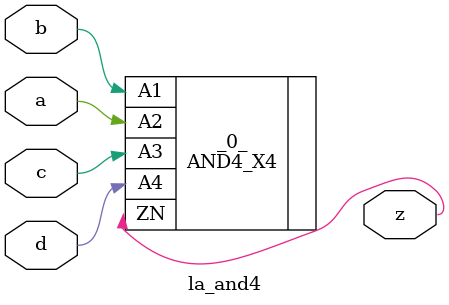
<source format=v>

/* Generated by Yosys 0.44 (git sha1 80ba43d26, g++ 11.4.0-1ubuntu1~22.04 -fPIC -O3) */

(* top =  1  *)
(* src = "inputs/la_and4.v:10.1-22.10" *)
module la_and4 (
    a,
    b,
    c,
    d,
    z
);
  (* src = "inputs/la_and4.v:13.12-13.13" *)
  input a;
  wire a;
  (* src = "inputs/la_and4.v:14.12-14.13" *)
  input b;
  wire b;
  (* src = "inputs/la_and4.v:15.12-15.13" *)
  input c;
  wire c;
  (* src = "inputs/la_and4.v:16.12-16.13" *)
  input d;
  wire d;
  (* src = "inputs/la_and4.v:17.12-17.13" *)
  output z;
  wire z;
  AND4_X4 _0_ (
      .A1(b),
      .A2(a),
      .A3(c),
      .A4(d),
      .ZN(z)
  );
endmodule

</source>
